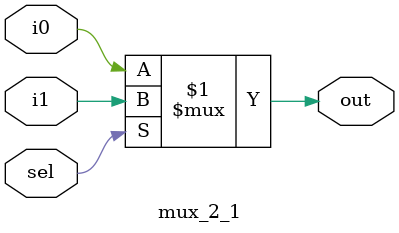
<source format=v>
module mux_2_1 (
input i0, i1,
input sel,
output out );
//if sel = 1 -> i1, sel = 0 -> i0;
assign out = sel ? i1: i0;
endmodule

</source>
